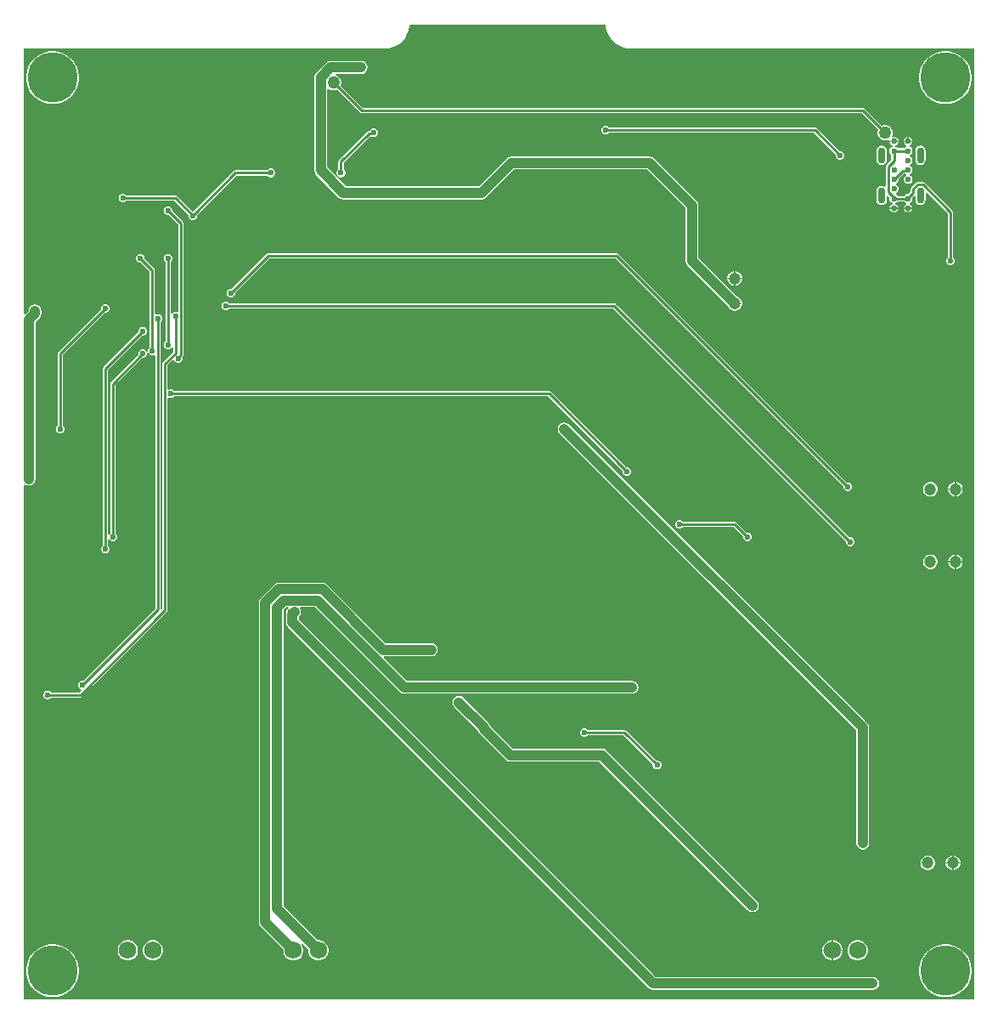
<source format=gbl>
G04*
G04 #@! TF.GenerationSoftware,Altium Limited,Altium Designer,21.4.1 (30)*
G04*
G04 Layer_Physical_Order=2*
G04 Layer_Color=16711680*
%FSLAX25Y25*%
%MOIN*%
G70*
G04*
G04 #@! TF.SameCoordinates,7B2BD0F0-F325-43E0-8A4B-F521747280A9*
G04*
G04*
G04 #@! TF.FilePolarity,Positive*
G04*
G01*
G75*
%ADD15C,0.01000*%
%ADD122C,0.04000*%
%ADD126C,0.04724*%
%ADD127C,0.06890*%
%ADD128C,0.02362*%
%ADD129O,0.02756X0.06299*%
%ADD130C,0.19685*%
%ADD131C,0.05000*%
%ADD132C,0.02756*%
G36*
X238769Y392078D02*
X239149Y390495D01*
X239772Y388991D01*
X240623Y387603D01*
X241680Y386365D01*
X242918Y385308D01*
X244306Y384457D01*
X245810Y383834D01*
X247393Y383454D01*
X249016Y383326D01*
X383326D01*
X383326Y102362D01*
X383326Y102362D01*
Y10374D01*
X10374Y10374D01*
Y212274D01*
X10875Y212541D01*
X11367Y212212D01*
X12342Y212018D01*
X13318Y212212D01*
X14145Y212765D01*
X14697Y213592D01*
X14891Y214567D01*
Y276050D01*
X16566Y277725D01*
X17119Y278552D01*
X17313Y279528D01*
Y280512D01*
X17119Y281487D01*
X16566Y282314D01*
X15739Y282867D01*
X14764Y283061D01*
X13788Y282867D01*
X12961Y282314D01*
X12409Y281487D01*
X12233Y280601D01*
X10875Y279243D01*
X10374Y279450D01*
Y383326D01*
X151575D01*
X153198Y383454D01*
X154781Y383834D01*
X156285Y384457D01*
X157673Y385308D01*
X158911Y386365D01*
X159968Y387603D01*
X160819Y388991D01*
X161442Y390495D01*
X161822Y392078D01*
X161886Y392898D01*
X238704D01*
X238769Y392078D01*
D02*
G37*
%LPC*%
G36*
X372861Y382390D02*
X371233D01*
X369625Y382135D01*
X368077Y381632D01*
X366627Y380893D01*
X365310Y379936D01*
X364158Y378785D01*
X363201Y377468D01*
X362462Y376017D01*
X361959Y374469D01*
X361705Y372861D01*
Y371233D01*
X361959Y369625D01*
X362462Y368077D01*
X363201Y366627D01*
X364158Y365310D01*
X365310Y364158D01*
X366627Y363201D01*
X368077Y362462D01*
X369625Y361959D01*
X371233Y361705D01*
X372861D01*
X374469Y361959D01*
X376017Y362462D01*
X377468Y363201D01*
X378785Y364158D01*
X379936Y365310D01*
X380893Y366627D01*
X381632Y368077D01*
X382135Y369625D01*
X382390Y371233D01*
Y372861D01*
X382135Y374469D01*
X381632Y376017D01*
X380893Y377468D01*
X379936Y378785D01*
X378785Y379936D01*
X377468Y380893D01*
X376017Y381632D01*
X374469Y382135D01*
X372861Y382390D01*
D02*
G37*
G36*
X22467D02*
X20840D01*
X19232Y382135D01*
X17683Y381632D01*
X16233Y380893D01*
X14916Y379936D01*
X13765Y378785D01*
X12808Y377468D01*
X12069Y376017D01*
X11566Y374469D01*
X11311Y372861D01*
Y371233D01*
X11566Y369625D01*
X12069Y368077D01*
X12808Y366627D01*
X13765Y365310D01*
X14916Y364158D01*
X16233Y363201D01*
X17683Y362462D01*
X19232Y361959D01*
X20840Y361705D01*
X22467D01*
X24075Y361959D01*
X25624Y362462D01*
X27074Y363201D01*
X28391Y364158D01*
X29542Y365310D01*
X30499Y366627D01*
X31238Y368077D01*
X31741Y369625D01*
X31996Y371233D01*
Y372861D01*
X31741Y374469D01*
X31238Y376017D01*
X30499Y377468D01*
X29542Y378785D01*
X28391Y379936D01*
X27074Y380893D01*
X25624Y381632D01*
X24075Y382135D01*
X22467Y382390D01*
D02*
G37*
G36*
X147972Y352075D02*
X147303D01*
X146686Y351819D01*
X146213Y351346D01*
X146133Y351153D01*
X145983D01*
X145593Y351075D01*
X145262Y350854D01*
X134122Y339714D01*
X133900Y339383D01*
X133823Y338993D01*
Y336003D01*
X133417Y335598D01*
X133161Y334980D01*
Y334311D01*
X133417Y333693D01*
X133890Y333221D01*
X134508Y332965D01*
X135177D01*
X135795Y333221D01*
X136268Y333693D01*
X136524Y334311D01*
Y334980D01*
X136268Y335598D01*
X135862Y336003D01*
Y338570D01*
X146405Y349113D01*
X146541D01*
X146686Y348969D01*
X147303Y348713D01*
X147972D01*
X148590Y348969D01*
X149063Y349441D01*
X149319Y350059D01*
Y350728D01*
X149063Y351346D01*
X148590Y351819D01*
X147972Y352075D01*
D02*
G37*
G36*
X352185Y348728D02*
X352100D01*
Y347297D01*
X353532D01*
Y347382D01*
X353276Y348000D01*
X352803Y348472D01*
X352185Y348728D01*
D02*
G37*
G36*
X357697D02*
X357612D01*
Y347297D01*
X359043D01*
Y347382D01*
X358787Y348000D01*
X358314Y348472D01*
X357697Y348728D01*
D02*
G37*
G36*
X357112D02*
X357028D01*
X356410Y348472D01*
X355937Y348000D01*
X355681Y347382D01*
Y347297D01*
X357112D01*
Y348728D01*
D02*
G37*
G36*
X142717Y378533D02*
X130724D01*
X129749Y378339D01*
X128922Y377787D01*
X125087Y373952D01*
X124535Y373125D01*
X124341Y372150D01*
Y335709D01*
X124535Y334733D01*
X125087Y333906D01*
X134024Y324969D01*
X134851Y324417D01*
X135827Y324223D01*
X189961D01*
X190936Y324417D01*
X191763Y324969D01*
X202828Y336034D01*
X254850D01*
X270020Y320864D01*
Y300266D01*
X270214Y299291D01*
X270766Y298464D01*
X286642Y282588D01*
X286703Y282360D01*
X287080Y281707D01*
X287613Y281174D01*
X288265Y280797D01*
X288993Y280602D01*
X289747D01*
X290475Y280797D01*
X291127Y281174D01*
X291660Y281707D01*
X292037Y282360D01*
X292232Y283088D01*
Y283841D01*
X292037Y284569D01*
X291660Y285222D01*
X291127Y285755D01*
X290475Y286132D01*
X290247Y286193D01*
X275117Y301322D01*
Y321920D01*
X274923Y322895D01*
X274371Y323722D01*
X257708Y340385D01*
X256881Y340938D01*
X255906Y341132D01*
X201772D01*
X200796Y340938D01*
X199969Y340385D01*
X188905Y329321D01*
X136883D01*
X129439Y336765D01*
Y367580D01*
X129939Y367787D01*
X130048Y367678D01*
X130732Y367283D01*
X131495Y367079D01*
X132285D01*
X133048Y367283D01*
X133172Y367355D01*
X142208Y358318D01*
X142539Y358097D01*
X142929Y358020D01*
X339357D01*
X345701Y351676D01*
X345630Y351552D01*
X345425Y350789D01*
Y349999D01*
X345630Y349236D01*
X346025Y348552D01*
X346583Y347993D01*
X347267Y347598D01*
X348030Y347394D01*
X348820D01*
X349583Y347598D01*
X349760Y347700D01*
X350086Y347446D01*
X350169Y347359D01*
Y347297D01*
X351600D01*
Y348728D01*
X351516D01*
X351502Y348723D01*
X351154Y349119D01*
X351221Y349236D01*
X351425Y349999D01*
Y350789D01*
X351221Y351552D01*
X350826Y352236D01*
X350267Y352794D01*
X349583Y353189D01*
X348820Y353394D01*
X348030D01*
X347267Y353189D01*
X347143Y353118D01*
X340500Y359760D01*
X340170Y359981D01*
X339779Y360059D01*
X143351D01*
X134614Y368797D01*
X134685Y368921D01*
X134890Y369684D01*
Y370474D01*
X134685Y371237D01*
X134290Y371921D01*
X133732Y372479D01*
X133048Y372874D01*
X132820Y372935D01*
X132886Y373435D01*
X142717D01*
X143692Y373629D01*
X144519Y374182D01*
X145071Y375009D01*
X145265Y375984D01*
X145071Y376960D01*
X144519Y377787D01*
X143692Y378339D01*
X142717Y378533D01*
D02*
G37*
G36*
X359043Y346797D02*
X357362D01*
X355681D01*
Y346713D01*
X355937Y346095D01*
X356410Y345622D01*
X356713Y345497D01*
Y344956D01*
X356359Y344809D01*
X355876Y344327D01*
X353336D01*
X352854Y344809D01*
X352500Y344956D01*
Y345497D01*
X352803Y345622D01*
X353276Y346095D01*
X353532Y346713D01*
Y346797D01*
X351850D01*
X350169D01*
Y346713D01*
X350425Y346095D01*
X350898Y345622D01*
X351201Y345497D01*
Y344956D01*
X350847Y344809D01*
X350348Y344311D01*
X350079Y343659D01*
Y342955D01*
X350348Y342303D01*
X350831Y341821D01*
Y339815D01*
X348858Y337842D01*
X348637Y337511D01*
X348559Y337121D01*
Y329491D01*
X348059Y329224D01*
X347776Y329413D01*
X347008Y329566D01*
X346240Y329413D01*
X345589Y328978D01*
X345154Y328327D01*
X345001Y327559D01*
Y324016D01*
X345154Y323248D01*
X345589Y322597D01*
X346240Y322162D01*
X347008Y322009D01*
X347776Y322162D01*
X348427Y322597D01*
X348862Y323248D01*
X349015Y324016D01*
Y325521D01*
X349477Y325712D01*
X350123Y325066D01*
X350079Y324959D01*
Y324254D01*
X350348Y323603D01*
X350847Y323104D01*
X351201Y322958D01*
Y322417D01*
X350898Y322291D01*
X350425Y321818D01*
X350169Y321200D01*
Y321116D01*
X351850D01*
X353532D01*
Y321200D01*
X353276Y321818D01*
X352803Y322291D01*
X352500Y322417D01*
Y322958D01*
X352854Y323104D01*
X353336Y323587D01*
X355876D01*
X356359Y323104D01*
X356713Y322958D01*
Y322417D01*
X356410Y322291D01*
X355937Y321818D01*
X355681Y321200D01*
Y321116D01*
X357362D01*
X359043D01*
Y321200D01*
X358787Y321818D01*
X358314Y322291D01*
X358012Y322417D01*
Y322958D01*
X358366Y323104D01*
X358864Y323603D01*
X359134Y324254D01*
Y324959D01*
X359072Y325108D01*
X359736Y325771D01*
X360198Y325580D01*
Y324016D01*
X360350Y323248D01*
X360786Y322597D01*
X361437Y322162D01*
X362205Y322009D01*
X362973Y322162D01*
X363624Y322597D01*
X364059Y323248D01*
X364212Y324016D01*
Y326894D01*
X364712Y327101D01*
X372996Y318817D01*
Y301555D01*
X372591Y301149D01*
X372335Y300531D01*
Y299863D01*
X372591Y299245D01*
X373063Y298772D01*
X373681Y298516D01*
X374350D01*
X374968Y298772D01*
X375441Y299245D01*
X375697Y299863D01*
Y300531D01*
X375441Y301149D01*
X375035Y301555D01*
Y319239D01*
X374958Y319629D01*
X374737Y319960D01*
X363948Y330749D01*
X363617Y330970D01*
X363227Y331047D01*
X361182D01*
X360792Y330970D01*
X360461Y330749D01*
X358765Y329052D01*
X358544Y328722D01*
X358467Y328331D01*
Y327386D01*
X357459Y326378D01*
X357010D01*
X356359Y326108D01*
X355876Y325626D01*
X353336D01*
X352854Y326108D01*
X352618Y326206D01*
Y326747D01*
X352854Y326845D01*
X353352Y327343D01*
X353622Y327994D01*
Y328699D01*
X353352Y329350D01*
X352854Y329848D01*
X352618Y329946D01*
Y330487D01*
X352854Y330585D01*
X353352Y331083D01*
X353622Y331734D01*
Y332416D01*
X355752Y334546D01*
X356137D01*
X356359Y334325D01*
X356594Y334227D01*
Y333686D01*
X356359Y333589D01*
X355860Y333090D01*
X355591Y332439D01*
Y331734D01*
X355860Y331083D01*
X356359Y330585D01*
X357010Y330315D01*
X357715D01*
X358366Y330585D01*
X358864Y331083D01*
X359134Y331734D01*
Y332439D01*
X358864Y333090D01*
X358366Y333589D01*
X358130Y333686D01*
Y334227D01*
X358366Y334325D01*
X358864Y334823D01*
X359134Y335474D01*
Y336179D01*
X358864Y336830D01*
X358366Y337329D01*
X358130Y337426D01*
Y337967D01*
X358366Y338065D01*
X358864Y338563D01*
X359134Y339214D01*
Y339919D01*
X358864Y340570D01*
X358366Y341069D01*
X358130Y341166D01*
Y341708D01*
X358366Y341805D01*
X358864Y342303D01*
X359134Y342955D01*
Y343659D01*
X358864Y344311D01*
X358366Y344809D01*
X358012Y344956D01*
Y345497D01*
X358314Y345622D01*
X358787Y346095D01*
X359043Y346713D01*
Y346797D01*
D02*
G37*
G36*
X239114Y353059D02*
X238445D01*
X237827Y352803D01*
X237354Y352330D01*
X237098Y351712D01*
Y351044D01*
X237354Y350426D01*
X237827Y349953D01*
X238445Y349697D01*
X239114D01*
X239732Y349953D01*
X240137Y350358D01*
X320444D01*
X329028Y341775D01*
Y341201D01*
X329283Y340583D01*
X329756Y340110D01*
X330374Y339854D01*
X331043D01*
X331661Y340110D01*
X332134Y340583D01*
X332390Y341201D01*
Y341870D01*
X332134Y342488D01*
X331661Y342961D01*
X331043Y343216D01*
X330469D01*
X321587Y352099D01*
X321256Y352320D01*
X320866Y352397D01*
X240137D01*
X239732Y352803D01*
X239114Y353059D01*
D02*
G37*
G36*
X362205Y345314D02*
X361437Y345161D01*
X360786Y344726D01*
X360350Y344075D01*
X360198Y343307D01*
Y339764D01*
X360350Y338996D01*
X360786Y338345D01*
X361437Y337910D01*
X362205Y337757D01*
X362973Y337910D01*
X363624Y338345D01*
X364059Y338996D01*
X364212Y339764D01*
Y343307D01*
X364059Y344075D01*
X363624Y344726D01*
X362973Y345161D01*
X362205Y345314D01*
D02*
G37*
G36*
X347008D02*
X346240Y345161D01*
X345589Y344726D01*
X345154Y344075D01*
X345001Y343307D01*
Y339764D01*
X345154Y338996D01*
X345589Y338345D01*
X346240Y337910D01*
X347008Y337757D01*
X347776Y337910D01*
X348427Y338345D01*
X348862Y338996D01*
X349015Y339764D01*
Y343307D01*
X348862Y344075D01*
X348427Y344726D01*
X347776Y345161D01*
X347008Y345314D01*
D02*
G37*
G36*
X107618Y336327D02*
X106949D01*
X106331Y336071D01*
X105926Y335665D01*
X93504D01*
X93114Y335588D01*
X92783Y335367D01*
X77011Y319595D01*
X76533D01*
X70603Y325524D01*
X70272Y325745D01*
X69882Y325823D01*
X50570D01*
X50165Y326228D01*
X49547Y326484D01*
X48878D01*
X48260Y326228D01*
X47787Y325755D01*
X47532Y325137D01*
Y324469D01*
X47787Y323851D01*
X48260Y323378D01*
X48878Y323122D01*
X49547D01*
X50165Y323378D01*
X50570Y323784D01*
X69460D01*
X75090Y318153D01*
Y317579D01*
X75346Y316961D01*
X75819Y316488D01*
X76437Y316232D01*
X77106D01*
X77724Y316488D01*
X78197Y316961D01*
X78453Y317579D01*
Y318153D01*
X93926Y333626D01*
X105926D01*
X106331Y333221D01*
X106949Y332965D01*
X107618D01*
X108236Y333221D01*
X108709Y333693D01*
X108965Y334311D01*
Y334980D01*
X108709Y335598D01*
X108236Y336071D01*
X107618Y336327D01*
D02*
G37*
G36*
X359043Y320616D02*
X357612D01*
Y319185D01*
X357697D01*
X358314Y319441D01*
X358787Y319914D01*
X359043Y320532D01*
Y320616D01*
D02*
G37*
G36*
X357112D02*
X355681D01*
Y320532D01*
X355937Y319914D01*
X356410Y319441D01*
X357028Y319185D01*
X357112D01*
Y320616D01*
D02*
G37*
G36*
X353532D02*
X352100D01*
Y319185D01*
X352185D01*
X352803Y319441D01*
X353276Y319914D01*
X353532Y320532D01*
Y320616D01*
D02*
G37*
G36*
X351600D02*
X350169D01*
Y320532D01*
X350425Y319914D01*
X350898Y319441D01*
X351516Y319185D01*
X351600D01*
Y320616D01*
D02*
G37*
G36*
X289747Y296169D02*
X289620D01*
Y293557D01*
X292232D01*
Y293684D01*
X292037Y294412D01*
X291660Y295064D01*
X291127Y295597D01*
X290475Y295974D01*
X289747Y296169D01*
D02*
G37*
G36*
X289120D02*
X288993D01*
X288265Y295974D01*
X287613Y295597D01*
X287080Y295064D01*
X286703Y294412D01*
X286508Y293684D01*
Y293557D01*
X289120D01*
Y296169D01*
D02*
G37*
G36*
X292232Y293057D02*
X289620D01*
Y290445D01*
X289747D01*
X290475Y290640D01*
X291127Y291017D01*
X291660Y291550D01*
X292037Y292202D01*
X292232Y292930D01*
Y293057D01*
D02*
G37*
G36*
X289120D02*
X286508D01*
Y292930D01*
X286703Y292202D01*
X287080Y291550D01*
X287613Y291017D01*
X288265Y290640D01*
X288993Y290445D01*
X289120D01*
Y293057D01*
D02*
G37*
G36*
X67264Y321563D02*
X66595D01*
X65977Y321307D01*
X65504Y320834D01*
X65248Y320216D01*
Y319548D01*
X65504Y318930D01*
X65977Y318457D01*
X66595Y318201D01*
X67168D01*
X71043Y314326D01*
Y280413D01*
X70543Y280089D01*
X70216Y280224D01*
X69547D01*
X68930Y279969D01*
X68457Y279496D01*
X68449Y279476D01*
X67949Y279576D01*
Y299823D01*
X68354Y300229D01*
X68610Y300847D01*
Y301516D01*
X68354Y302133D01*
X67881Y302606D01*
X67264Y302862D01*
X66595D01*
X65977Y302606D01*
X65504Y302133D01*
X65248Y301516D01*
Y300847D01*
X65504Y300229D01*
X65909Y299823D01*
Y268515D01*
X65504Y268110D01*
X65248Y267492D01*
Y266823D01*
X65504Y266205D01*
X65977Y265732D01*
X66595Y265476D01*
X67264D01*
X67881Y265732D01*
X68354Y266205D01*
X68362Y266225D01*
X68862Y266125D01*
Y264334D01*
X65011Y260483D01*
X64790Y260152D01*
X64713Y259762D01*
Y163661D01*
X64512Y163498D01*
X64012Y163736D01*
Y276201D01*
X64417Y276607D01*
X64673Y277225D01*
Y277893D01*
X64417Y278511D01*
X63944Y278984D01*
X63327Y279240D01*
X62658D01*
X62331Y279105D01*
X61831Y279428D01*
Y296472D01*
X61753Y296863D01*
X61532Y297193D01*
X57784Y300942D01*
Y301516D01*
X57528Y302133D01*
X57055Y302606D01*
X56437Y302862D01*
X55768D01*
X55150Y302606D01*
X54677Y302133D01*
X54421Y301516D01*
Y300847D01*
X54677Y300229D01*
X55150Y299756D01*
X55768Y299500D01*
X56341D01*
X59791Y296050D01*
Y266122D01*
X59386Y265716D01*
X59130Y265098D01*
Y264579D01*
X59130Y264546D01*
X58630Y264447D01*
X58625Y264458D01*
X58512Y264732D01*
X58039Y265205D01*
X57421Y265461D01*
X56752D01*
X56134Y265205D01*
X55661Y264732D01*
X55405Y264114D01*
Y263540D01*
X44555Y252690D01*
X44334Y252359D01*
X44256Y251969D01*
Y193287D01*
X43850Y192881D01*
X43842Y192862D01*
X43342Y192962D01*
Y257452D01*
X56782Y270891D01*
X57355D01*
X57973Y271147D01*
X58446Y271620D01*
X58702Y272237D01*
Y272906D01*
X58446Y273524D01*
X57973Y273997D01*
X57355Y274253D01*
X56686D01*
X56068Y273997D01*
X55596Y273524D01*
X55340Y272906D01*
Y272333D01*
X41602Y258595D01*
X41381Y258264D01*
X41303Y257874D01*
Y188366D01*
X40898Y187960D01*
X40642Y187342D01*
Y186673D01*
X40898Y186056D01*
X41371Y185583D01*
X41988Y185327D01*
X42657D01*
X43275Y185583D01*
X43748Y186056D01*
X44004Y186673D01*
Y187342D01*
X43748Y187960D01*
X43342Y188366D01*
Y190897D01*
X43842Y190996D01*
X43850Y190977D01*
X44323Y190504D01*
X44941Y190248D01*
X45610D01*
X46228Y190504D01*
X46701Y190977D01*
X46957Y191595D01*
Y192263D01*
X46701Y192881D01*
X46295Y193287D01*
Y251546D01*
X56847Y262098D01*
X57421D01*
X58039Y262354D01*
X58512Y262827D01*
X58768Y263445D01*
Y263964D01*
X58768Y263997D01*
X59268Y264097D01*
X59272Y264086D01*
X59386Y263811D01*
X59859Y263339D01*
X60477Y263083D01*
X61145D01*
X61472Y263218D01*
X61972Y262895D01*
Y163808D01*
X33704Y135539D01*
X33130D01*
X32512Y135283D01*
X32039Y134810D01*
X31784Y134193D01*
Y133524D01*
X32039Y132906D01*
X32512Y132433D01*
X32839Y132298D01*
X32964Y131715D01*
X32190Y130941D01*
X21043D01*
X20637Y131346D01*
X20019Y131602D01*
X19351D01*
X18733Y131346D01*
X18260Y130874D01*
X18004Y130256D01*
Y129587D01*
X18260Y128969D01*
X18733Y128496D01*
X19351Y128240D01*
X20019D01*
X20637Y128496D01*
X21043Y128902D01*
X32612D01*
X33002Y128979D01*
X33333Y129200D01*
X66453Y162320D01*
X66674Y162651D01*
X66752Y163041D01*
Y246162D01*
X67252Y246486D01*
X67579Y246350D01*
X68248D01*
X68866Y246606D01*
X69271Y247012D01*
X216113D01*
X245366Y217759D01*
Y217185D01*
X245622Y216567D01*
X246095Y216094D01*
X246713Y215839D01*
X247382D01*
X248000Y216094D01*
X248472Y216567D01*
X248728Y217185D01*
Y217854D01*
X248472Y218472D01*
X248000Y218945D01*
X247382Y219201D01*
X246808D01*
X217256Y248752D01*
X216926Y248973D01*
X216535Y249051D01*
X69271D01*
X68866Y249457D01*
X68248Y249713D01*
X67579D01*
X67252Y249577D01*
X66752Y249901D01*
Y259339D01*
X68723Y261311D01*
X69305Y261186D01*
X69441Y260859D01*
X69914Y260386D01*
X70532Y260130D01*
X71201D01*
X71818Y260386D01*
X72291Y260859D01*
X72547Y261477D01*
Y262145D01*
X72467Y262339D01*
X72784Y262655D01*
X73005Y262986D01*
X73083Y263376D01*
Y314748D01*
X73005Y315138D01*
X72784Y315469D01*
X68610Y319643D01*
Y320216D01*
X68354Y320834D01*
X67881Y321307D01*
X67264Y321563D01*
D02*
G37*
G36*
X42657Y283177D02*
X41988D01*
X41371Y282921D01*
X40898Y282448D01*
X40642Y281831D01*
Y281257D01*
X23885Y264500D01*
X23664Y264170D01*
X23587Y263779D01*
Y235610D01*
X23181Y235204D01*
X22925Y234586D01*
Y233918D01*
X23181Y233300D01*
X23654Y232827D01*
X24272Y232571D01*
X24941D01*
X25559Y232827D01*
X26032Y233300D01*
X26287Y233918D01*
Y234586D01*
X26032Y235204D01*
X25626Y235610D01*
Y263357D01*
X42084Y279815D01*
X42657D01*
X43275Y280071D01*
X43748Y280544D01*
X44004Y281162D01*
Y281831D01*
X43748Y282448D01*
X43275Y282921D01*
X42657Y283177D01*
D02*
G37*
G36*
X376361Y213492D02*
X376234D01*
Y210880D01*
X378847D01*
Y211007D01*
X378651Y211735D01*
X378275Y212387D01*
X377742Y212920D01*
X377089Y213297D01*
X376361Y213492D01*
D02*
G37*
G36*
X375734D02*
X375607D01*
X374880Y213297D01*
X374227Y212920D01*
X373694Y212387D01*
X373317Y211735D01*
X373122Y211007D01*
Y210880D01*
X375734D01*
Y213492D01*
D02*
G37*
G36*
X243110Y303185D02*
X106299D01*
X105909Y303107D01*
X105578Y302886D01*
X91775Y289083D01*
X91201D01*
X90583Y288827D01*
X90110Y288354D01*
X89854Y287736D01*
Y287067D01*
X90110Y286449D01*
X90583Y285976D01*
X91201Y285720D01*
X91870D01*
X92488Y285976D01*
X92961Y286449D01*
X93217Y287067D01*
Y287641D01*
X106721Y301146D01*
X242688D01*
X331980Y211853D01*
Y211280D01*
X332236Y210662D01*
X332709Y210189D01*
X333327Y209933D01*
X333996D01*
X334614Y210189D01*
X335087Y210662D01*
X335343Y211280D01*
Y211949D01*
X335087Y212566D01*
X334614Y213039D01*
X333996Y213295D01*
X333422D01*
X243831Y302886D01*
X243500Y303107D01*
X243110Y303185D01*
D02*
G37*
G36*
X378847Y210380D02*
X376234D01*
Y207768D01*
X376361D01*
X377089Y207963D01*
X377742Y208340D01*
X378275Y208873D01*
X378651Y209525D01*
X378847Y210253D01*
Y210380D01*
D02*
G37*
G36*
X375734D02*
X373122D01*
Y210253D01*
X373317Y209525D01*
X373694Y208873D01*
X374227Y208340D01*
X374880Y207963D01*
X375607Y207768D01*
X375734D01*
Y210380D01*
D02*
G37*
G36*
X366519Y213492D02*
X365765D01*
X365037Y213297D01*
X364384Y212920D01*
X363851Y212387D01*
X363475Y211735D01*
X363280Y211007D01*
Y210253D01*
X363475Y209525D01*
X363851Y208873D01*
X364384Y208340D01*
X365037Y207963D01*
X365765Y207768D01*
X366519D01*
X367247Y207963D01*
X367899Y208340D01*
X368432Y208873D01*
X368809Y209525D01*
X369004Y210253D01*
Y211007D01*
X368809Y211735D01*
X368432Y212387D01*
X367899Y212920D01*
X367247Y213297D01*
X366519Y213492D01*
D02*
G37*
G36*
X268051Y198531D02*
X267382D01*
X266764Y198275D01*
X266291Y197803D01*
X266035Y197185D01*
Y196516D01*
X266291Y195898D01*
X266764Y195425D01*
X267382Y195169D01*
X268051D01*
X268669Y195425D01*
X269074Y195831D01*
X288948D01*
X292610Y192168D01*
Y191595D01*
X292866Y190977D01*
X293339Y190504D01*
X293957Y190248D01*
X294626D01*
X295244Y190504D01*
X295717Y190977D01*
X295972Y191595D01*
Y192263D01*
X295717Y192881D01*
X295244Y193354D01*
X294626Y193610D01*
X294052D01*
X290091Y197571D01*
X289760Y197792D01*
X289370Y197870D01*
X269074D01*
X268669Y198275D01*
X268051Y198531D01*
D02*
G37*
G36*
X89901Y284161D02*
X89232D01*
X88615Y283906D01*
X88142Y283433D01*
X87886Y282815D01*
Y282146D01*
X88142Y281528D01*
X88615Y281055D01*
X89232Y280799D01*
X89901D01*
X90519Y281055D01*
X90925Y281461D01*
X241704D01*
X332965Y190200D01*
Y189626D01*
X333221Y189008D01*
X333693Y188535D01*
X334311Y188279D01*
X334980D01*
X335598Y188535D01*
X336071Y189008D01*
X336327Y189626D01*
Y190295D01*
X336071Y190913D01*
X335598Y191386D01*
X334980Y191642D01*
X334406D01*
X242847Y283201D01*
X242516Y283422D01*
X242126Y283500D01*
X90925D01*
X90519Y283906D01*
X89901Y284161D01*
D02*
G37*
G36*
X376361Y184949D02*
X376234D01*
Y182337D01*
X378847D01*
Y182463D01*
X378651Y183191D01*
X378275Y183844D01*
X377742Y184377D01*
X377089Y184754D01*
X376361Y184949D01*
D02*
G37*
G36*
X375734D02*
X375607D01*
X374880Y184754D01*
X374227Y184377D01*
X373694Y183844D01*
X373317Y183191D01*
X373122Y182463D01*
Y182337D01*
X375734D01*
Y184949D01*
D02*
G37*
G36*
X378847Y181837D02*
X376234D01*
Y179224D01*
X376361D01*
X377089Y179420D01*
X377742Y179796D01*
X378275Y180329D01*
X378651Y180982D01*
X378847Y181710D01*
Y181837D01*
D02*
G37*
G36*
X375734D02*
X373122D01*
Y181710D01*
X373317Y180982D01*
X373694Y180329D01*
X374227Y179796D01*
X374880Y179420D01*
X375607Y179224D01*
X375734D01*
Y181837D01*
D02*
G37*
G36*
X366519Y184949D02*
X365765D01*
X365037Y184754D01*
X364384Y184377D01*
X363851Y183844D01*
X363475Y183191D01*
X363280Y182463D01*
Y181710D01*
X363475Y180982D01*
X363851Y180329D01*
X364384Y179796D01*
X365037Y179420D01*
X365765Y179224D01*
X366519D01*
X367247Y179420D01*
X367899Y179796D01*
X368432Y180329D01*
X368809Y180982D01*
X369004Y181710D01*
Y182463D01*
X368809Y183191D01*
X368432Y183844D01*
X367899Y184377D01*
X367247Y184754D01*
X366519Y184949D01*
D02*
G37*
G36*
X127526Y173951D02*
X110445D01*
X109470Y173757D01*
X108643Y173204D01*
X103371Y167932D01*
X102818Y167105D01*
X102624Y166130D01*
Y40693D01*
X102818Y39718D01*
X103371Y38890D01*
X112197Y30064D01*
Y29205D01*
X112466Y28202D01*
X112985Y27302D01*
X113719Y26568D01*
X114619Y26048D01*
X115622Y25780D01*
X116661D01*
X117664Y26048D01*
X118564Y26568D01*
X119298Y27302D01*
X119818Y28202D01*
X120087Y29205D01*
Y30244D01*
X119818Y31247D01*
X119364Y32032D01*
X119764Y32339D01*
X122039Y30064D01*
Y29205D01*
X122308Y28202D01*
X122828Y27302D01*
X123562Y26568D01*
X124462Y26048D01*
X125465Y25780D01*
X126504D01*
X127507Y26048D01*
X128407Y26568D01*
X129141Y27302D01*
X129660Y28202D01*
X129929Y29205D01*
Y30244D01*
X129660Y31247D01*
X129141Y32147D01*
X128407Y32881D01*
X127507Y33400D01*
X126504Y33669D01*
X125644D01*
X112222Y47091D01*
Y163210D01*
X113365Y164353D01*
X114168D01*
X114268Y163853D01*
X114205Y163827D01*
X113732Y163354D01*
X113476Y162736D01*
Y162609D01*
X113475Y162607D01*
X113281Y161632D01*
Y158318D01*
X113475Y157342D01*
X114028Y156515D01*
X255613Y14930D01*
X256440Y14377D01*
X257416Y14183D01*
X343504D01*
X344479Y14377D01*
X345306Y14930D01*
X345859Y15757D01*
X346053Y16732D01*
X345859Y17708D01*
X345306Y18535D01*
X344479Y19087D01*
X343504Y19281D01*
X258471D01*
X118379Y159374D01*
Y160576D01*
X118403Y160599D01*
X118955Y161426D01*
X119149Y162402D01*
X118955Y163377D01*
X118637Y163853D01*
X118905Y164353D01*
X124607D01*
X157888Y131072D01*
X158715Y130519D01*
X159690Y130325D01*
X249016D01*
X249991Y130519D01*
X250818Y131072D01*
X251371Y131899D01*
X251565Y132874D01*
X251371Y133850D01*
X250818Y134676D01*
X249991Y135229D01*
X249016Y135423D01*
X160746D01*
X151580Y144589D01*
X151787Y145089D01*
X170276D01*
X171251Y145283D01*
X172078Y145835D01*
X172631Y146662D01*
X172825Y147638D01*
X172631Y148613D01*
X172078Y149440D01*
X171251Y149993D01*
X170276Y150187D01*
X152346D01*
X129329Y173204D01*
X128502Y173757D01*
X127526Y173951D01*
D02*
G37*
G36*
X230649Y116839D02*
X229981D01*
X229363Y116583D01*
X228890Y116110D01*
X228634Y115492D01*
Y114823D01*
X228890Y114205D01*
X229363Y113732D01*
X229981Y113476D01*
X230649D01*
X231267Y113732D01*
X231673Y114138D01*
X245641D01*
X257177Y102601D01*
Y102028D01*
X257433Y101410D01*
X257906Y100937D01*
X258524Y100681D01*
X259193D01*
X259810Y100937D01*
X260283Y101410D01*
X260539Y102028D01*
Y102697D01*
X260283Y103314D01*
X259810Y103787D01*
X259193Y104043D01*
X258619D01*
X246784Y115878D01*
X246453Y116100D01*
X246063Y116177D01*
X231673D01*
X231267Y116583D01*
X230649Y116839D01*
D02*
G37*
G36*
X222441Y236801D02*
X221465Y236607D01*
X220638Y236054D01*
X220086Y235227D01*
X219892Y234252D01*
X220086Y233277D01*
X220638Y232450D01*
X337018Y116070D01*
Y71850D01*
X337212Y70875D01*
X337765Y70048D01*
X338592Y69495D01*
X339567Y69301D01*
X340542Y69495D01*
X341369Y70048D01*
X341922Y70875D01*
X342116Y71850D01*
Y117126D01*
X341922Y118101D01*
X341369Y118928D01*
X224243Y236054D01*
X223416Y236607D01*
X222441Y236801D01*
D02*
G37*
G36*
X375377Y66839D02*
X375250D01*
Y64226D01*
X377862D01*
Y64353D01*
X377667Y65081D01*
X377290Y65734D01*
X376757Y66267D01*
X376105Y66644D01*
X375377Y66839D01*
D02*
G37*
G36*
X374750D02*
X374623D01*
X373895Y66644D01*
X373243Y66267D01*
X372710Y65734D01*
X372333Y65081D01*
X372138Y64353D01*
Y64226D01*
X374750D01*
Y66839D01*
D02*
G37*
G36*
X377862Y63726D02*
X375250D01*
Y61114D01*
X375377D01*
X376105Y61309D01*
X376757Y61686D01*
X377290Y62219D01*
X377667Y62872D01*
X377862Y63600D01*
Y63726D01*
D02*
G37*
G36*
X374750D02*
X372138D01*
Y63600D01*
X372333Y62872D01*
X372710Y62219D01*
X373243Y61686D01*
X373895Y61309D01*
X374623Y61114D01*
X374750D01*
Y63726D01*
D02*
G37*
G36*
X365534Y66839D02*
X364781D01*
X364053Y66644D01*
X363400Y66267D01*
X362867Y65734D01*
X362490Y65081D01*
X362295Y64353D01*
Y63600D01*
X362490Y62872D01*
X362867Y62219D01*
X363400Y61686D01*
X364053Y61309D01*
X364781Y61114D01*
X365534D01*
X366262Y61309D01*
X366915Y61686D01*
X367448Y62219D01*
X367825Y62872D01*
X368020Y63600D01*
Y64353D01*
X367825Y65081D01*
X367448Y65734D01*
X366915Y66267D01*
X366262Y66644D01*
X365534Y66839D01*
D02*
G37*
G36*
X181102Y129517D02*
X180127Y129323D01*
X179300Y128771D01*
X178747Y127944D01*
X178553Y126969D01*
X178747Y125993D01*
X179300Y125166D01*
X188577Y115889D01*
X188649Y115528D01*
X189201Y114701D01*
X199406Y104497D01*
X200233Y103944D01*
X201209Y103750D01*
X236149D01*
X294457Y45442D01*
X295284Y44889D01*
X296260Y44695D01*
X297235Y44889D01*
X298062Y45442D01*
X298615Y46269D01*
X298809Y47244D01*
X298615Y48219D01*
X298062Y49046D01*
X239007Y108102D01*
X238180Y108654D01*
X237205Y108848D01*
X202264D01*
X193430Y117682D01*
X193359Y118042D01*
X192806Y118869D01*
X182905Y128771D01*
X182078Y129323D01*
X181102Y129517D01*
D02*
G37*
G36*
X328275Y33669D02*
X328006D01*
Y29974D01*
X331701D01*
Y30244D01*
X331432Y31247D01*
X330913Y32147D01*
X330178Y32881D01*
X329279Y33400D01*
X328275Y33669D01*
D02*
G37*
G36*
X327506D02*
X327237D01*
X326233Y33400D01*
X325334Y32881D01*
X324599Y32147D01*
X324080Y31247D01*
X323811Y30244D01*
Y29974D01*
X327506D01*
Y33669D01*
D02*
G37*
G36*
X338118D02*
X337079D01*
X336076Y33400D01*
X335176Y32881D01*
X334442Y32147D01*
X333922Y31247D01*
X333653Y30244D01*
Y29205D01*
X333922Y28202D01*
X334442Y27302D01*
X335176Y26568D01*
X336076Y26048D01*
X337079Y25780D01*
X338118D01*
X339121Y26048D01*
X340021Y26568D01*
X340755Y27302D01*
X341274Y28202D01*
X341543Y29205D01*
Y30244D01*
X341274Y31247D01*
X340755Y32147D01*
X340021Y32881D01*
X339121Y33400D01*
X338118Y33669D01*
D02*
G37*
G36*
X331701Y29474D02*
X328006D01*
Y25780D01*
X328275D01*
X329279Y26048D01*
X330178Y26568D01*
X330913Y27302D01*
X331432Y28202D01*
X331701Y29205D01*
Y29474D01*
D02*
G37*
G36*
X327506D02*
X323811D01*
Y29205D01*
X324080Y28202D01*
X324599Y27302D01*
X325334Y26568D01*
X326233Y26048D01*
X327237Y25780D01*
X327506D01*
Y29474D01*
D02*
G37*
G36*
X61543Y33669D02*
X60504D01*
X59501Y33400D01*
X58601Y32881D01*
X57867Y32147D01*
X57348Y31247D01*
X57079Y30244D01*
Y29205D01*
X57348Y28202D01*
X57867Y27302D01*
X58601Y26568D01*
X59501Y26048D01*
X60504Y25780D01*
X61543D01*
X62546Y26048D01*
X63446Y26568D01*
X64180Y27302D01*
X64700Y28202D01*
X64969Y29205D01*
Y30244D01*
X64700Y31247D01*
X64180Y32147D01*
X63446Y32881D01*
X62546Y33400D01*
X61543Y33669D01*
D02*
G37*
G36*
X51701D02*
X50662D01*
X49658Y33400D01*
X48759Y32881D01*
X48024Y32147D01*
X47505Y31247D01*
X47236Y30244D01*
Y29205D01*
X47505Y28202D01*
X48024Y27302D01*
X48759Y26568D01*
X49658Y26048D01*
X50662Y25780D01*
X51701D01*
X52704Y26048D01*
X53603Y26568D01*
X54338Y27302D01*
X54857Y28202D01*
X55126Y29205D01*
Y30244D01*
X54857Y31247D01*
X54338Y32147D01*
X53603Y32881D01*
X52704Y33400D01*
X51701Y33669D01*
D02*
G37*
G36*
X372861Y31996D02*
X371233D01*
X369625Y31741D01*
X368077Y31238D01*
X366627Y30499D01*
X365310Y29542D01*
X364158Y28391D01*
X363201Y27074D01*
X362462Y25624D01*
X361959Y24075D01*
X361705Y22467D01*
Y20840D01*
X361959Y19232D01*
X362462Y17683D01*
X363201Y16233D01*
X364158Y14916D01*
X365310Y13765D01*
X366627Y12808D01*
X368077Y12069D01*
X369625Y11566D01*
X371233Y11311D01*
X372861D01*
X374469Y11566D01*
X376017Y12069D01*
X377468Y12808D01*
X378785Y13765D01*
X379936Y14916D01*
X380893Y16233D01*
X381632Y17683D01*
X382135Y19232D01*
X382390Y20840D01*
Y22467D01*
X382135Y24075D01*
X381632Y25624D01*
X380893Y27074D01*
X379936Y28391D01*
X378785Y29542D01*
X377468Y30499D01*
X376017Y31238D01*
X374469Y31741D01*
X372861Y31996D01*
D02*
G37*
G36*
X22467D02*
X20840D01*
X19232Y31741D01*
X17683Y31238D01*
X16233Y30499D01*
X14916Y29542D01*
X13765Y28391D01*
X12808Y27074D01*
X12069Y25624D01*
X11566Y24075D01*
X11311Y22467D01*
Y20840D01*
X11566Y19232D01*
X12069Y17683D01*
X12808Y16233D01*
X13765Y14916D01*
X14916Y13765D01*
X16233Y12808D01*
X17683Y12069D01*
X19232Y11566D01*
X20840Y11311D01*
X22467D01*
X24075Y11566D01*
X25624Y12069D01*
X27074Y12808D01*
X28391Y13765D01*
X29542Y14916D01*
X30499Y16233D01*
X31238Y17683D01*
X31741Y19232D01*
X31996Y20840D01*
Y22467D01*
X31741Y24075D01*
X31238Y25624D01*
X30499Y27074D01*
X29542Y28391D01*
X28391Y29542D01*
X27074Y30499D01*
X25624Y31238D01*
X24075Y31741D01*
X22467Y31996D01*
D02*
G37*
%LPD*%
D15*
X134843Y338993D02*
X145983Y350133D01*
X93504Y334646D02*
X107283D01*
X76772Y317913D02*
X93504Y334646D01*
X145983Y350133D02*
X147377D01*
X134843Y334646D02*
Y338993D01*
X147377Y350133D02*
X147638Y350394D01*
X142929Y359039D02*
X339779D01*
X131890Y370079D02*
X142929Y359039D01*
X89567Y282480D02*
X242126D01*
X91535Y287402D02*
X106299Y302165D01*
X242126Y282480D02*
X334646Y189961D01*
X106299Y302165D02*
X243110D01*
X333661Y211614D01*
X349579Y327052D02*
X351850Y324780D01*
X349579Y337121D02*
X351850Y339393D01*
X359486Y328331D02*
X361182Y330028D01*
X351850Y324606D02*
Y324780D01*
X357362Y324606D02*
Y324840D01*
X359486Y326964D01*
X357102Y335566D02*
X357362Y335827D01*
X355330Y335566D02*
X357102D01*
X351850Y332087D02*
X355330Y335566D01*
X66929Y267157D02*
Y301181D01*
X60811Y264764D02*
Y296472D01*
X56102Y301181D02*
X60811Y296472D01*
X70866Y261811D02*
Y262180D01*
X72063Y263376D01*
Y314748D01*
X66929Y319882D02*
X72063Y314748D01*
X246063Y115157D02*
X258858Y102362D01*
X230315Y115157D02*
X246063D01*
X289370Y196850D02*
X294291Y191929D01*
X267717Y196850D02*
X289370D01*
X216535Y248031D02*
X247047Y217520D01*
X67913Y248031D02*
X216535D01*
X374016Y300197D02*
Y319239D01*
X363227Y330028D02*
X374016Y319239D01*
X361182Y330028D02*
X363227D01*
X359486Y326964D02*
Y328331D01*
X349579Y327052D02*
Y337121D01*
X351850Y339393D02*
Y343307D01*
X357362D01*
X351850Y324606D02*
X357362D01*
X320866Y351378D02*
X330709Y341535D01*
X238779Y351378D02*
X320866D01*
X339779Y359039D02*
X348425Y350394D01*
X69882Y324803D02*
X76772Y317913D01*
X49213Y324803D02*
X69882D01*
X24606Y263779D02*
X42323Y281496D01*
X24606Y234252D02*
Y263779D01*
X42323Y257874D02*
X57021Y272572D01*
X42323Y187008D02*
Y257874D01*
X45276Y251969D02*
X57087Y263779D01*
X45276Y191929D02*
Y251969D01*
X62992Y163386D02*
Y277559D01*
X33465Y133858D02*
X62992Y163386D01*
X69882Y263911D02*
Y278543D01*
X65732Y259762D02*
X69882Y263911D01*
X65732Y163041D02*
Y259762D01*
X32612Y129921D02*
X65732Y163041D01*
X19685Y129921D02*
X32612D01*
D122*
X130724Y375984D02*
X142717D01*
X14764Y279528D02*
Y280512D01*
X12342Y214567D02*
Y277106D01*
X14764Y279528D01*
X222441Y234252D02*
X339567Y117126D01*
Y71850D02*
Y117126D01*
X115830Y158318D02*
Y161632D01*
Y158318D02*
X257416Y16732D01*
X337598D02*
X340551D01*
X257416D02*
X334646D01*
X340551D02*
X343504D01*
X334646D02*
X337598D01*
X115830Y161632D02*
X116600Y162402D01*
X191004Y116504D02*
Y117067D01*
X201209Y106299D02*
X237205D01*
X181102Y126969D02*
X191004Y117067D01*
Y116504D02*
X201209Y106299D01*
X237205D02*
X296260Y47244D01*
X255906Y338583D02*
X272568Y321920D01*
Y300266D02*
Y321920D01*
Y300266D02*
X289370Y283465D01*
X201772Y338583D02*
X255906D01*
X189961Y326772D02*
X201772Y338583D01*
X135827Y326772D02*
X189961D01*
X126890Y372150D02*
X130724Y375984D01*
X126890Y335709D02*
Y372150D01*
Y335709D02*
X135827Y326772D01*
X151290Y147638D02*
X170276D01*
X127526Y171402D02*
X151290Y147638D01*
X110445Y171402D02*
X127526D01*
X105173Y166130D02*
X110445Y171402D01*
X105173Y40693D02*
Y166130D01*
Y40693D02*
X116142Y29724D01*
X159690Y132874D02*
X249016D01*
X125663Y166902D02*
X159690Y132874D01*
X112309Y166902D02*
X125663D01*
X109673Y164266D02*
X112309Y166902D01*
X109673Y46035D02*
Y164266D01*
Y46035D02*
X125984Y29724D01*
D126*
X365158Y63976D02*
D03*
X375000D02*
D03*
X366142Y182087D02*
D03*
X375984D02*
D03*
X366142Y210630D02*
D03*
X375984D02*
D03*
X289370Y293307D02*
D03*
Y283465D02*
D03*
D127*
X327756Y29724D02*
D03*
X337598D02*
D03*
X61024D02*
D03*
X51181D02*
D03*
X125984D02*
D03*
X116142D02*
D03*
D128*
X357362Y320866D02*
D03*
Y324606D02*
D03*
Y332087D02*
D03*
Y335827D02*
D03*
Y339567D02*
D03*
Y343307D02*
D03*
Y347047D02*
D03*
X351850Y320866D02*
D03*
Y324606D02*
D03*
Y328346D02*
D03*
Y332087D02*
D03*
Y335827D02*
D03*
Y343307D02*
D03*
Y347047D02*
D03*
X107283Y334646D02*
D03*
X134843D02*
D03*
X147638Y350394D02*
D03*
X142717Y375984D02*
D03*
X14764Y280512D02*
D03*
X12342Y214567D02*
D03*
X26575Y218504D02*
D03*
X222441Y234252D02*
D03*
X342520Y213583D02*
D03*
X96457Y309055D02*
D03*
X135827Y326772D02*
D03*
X115157Y162402D02*
D03*
X181102Y126969D02*
D03*
X89567Y282480D02*
D03*
X91535Y287402D02*
D03*
X339567Y85630D02*
D03*
Y81037D02*
D03*
Y76444D02*
D03*
Y71850D02*
D03*
X334646Y16732D02*
D03*
X337598D02*
D03*
X340551D02*
D03*
X343504D02*
D03*
X374016Y351093D02*
D03*
X337598Y319110D02*
D03*
X310039Y294291D02*
D03*
X331693Y295276D02*
D03*
X319882Y294291D02*
D03*
X42323Y172244D02*
D03*
X45276Y191929D02*
D03*
X42323Y187008D02*
D03*
X11524Y119095D02*
D03*
X302165Y377953D02*
D03*
X303150Y370079D02*
D03*
X290354Y361221D02*
D03*
X255906Y338583D02*
D03*
X43727Y276994D02*
D03*
X43293Y270578D02*
D03*
X29528Y261811D02*
D03*
X102362Y270669D02*
D03*
X81693Y328740D02*
D03*
X72835Y364173D02*
D03*
X62992Y375000D02*
D03*
X49213D02*
D03*
X98425D02*
D03*
X116142Y345472D02*
D03*
X106299Y346457D02*
D03*
X157480Y312008D02*
D03*
X147638Y313976D02*
D03*
X230315Y320866D02*
D03*
X250984Y328740D02*
D03*
X173228Y187992D02*
D03*
X266732Y168307D02*
D03*
X314961Y249016D02*
D03*
X339403Y177330D02*
D03*
X332677Y179134D02*
D03*
X363189Y167323D02*
D03*
Y95472D02*
D03*
X327756Y153543D02*
D03*
X320866Y152559D02*
D03*
X296260Y36417D02*
D03*
X156496Y13780D02*
D03*
X181102D02*
D03*
X170276Y88583D02*
D03*
X71850Y146653D02*
D03*
X125984Y102362D02*
D03*
X21654Y110236D02*
D03*
X36417Y293307D02*
D03*
X25591Y292323D02*
D03*
X15748Y342520D02*
D03*
X247047Y217520D02*
D03*
X67913Y248031D02*
D03*
X170276Y147638D02*
D03*
X249016Y132874D02*
D03*
X267717Y196850D02*
D03*
X294291Y191929D02*
D03*
X333661Y211614D02*
D03*
X334646Y189961D02*
D03*
X258858Y102362D02*
D03*
X230315Y115157D02*
D03*
X296260Y47244D02*
D03*
X66929Y319882D02*
D03*
X70866Y261811D02*
D03*
X57087Y263779D02*
D03*
X33465Y133858D02*
D03*
X57021Y272572D02*
D03*
X66929Y267157D02*
D03*
X60811Y264764D02*
D03*
X19685Y129921D02*
D03*
X69882Y278543D02*
D03*
X62992Y277559D02*
D03*
X24606Y234252D02*
D03*
X42323Y281496D02*
D03*
X56102Y301181D02*
D03*
X66929D02*
D03*
X76772Y317913D02*
D03*
X49213Y324803D02*
D03*
X374016Y300197D02*
D03*
X238779Y351378D02*
D03*
X330709Y341535D02*
D03*
D129*
X362205Y325787D02*
D03*
Y341535D02*
D03*
X347008D02*
D03*
Y325787D02*
D03*
D130*
X21654Y372047D02*
D03*
Y21654D02*
D03*
X372047D02*
D03*
Y372047D02*
D03*
D131*
X131890Y370079D02*
D03*
X348425Y350394D02*
D03*
D132*
X17717Y285374D02*
D03*
X16220Y248031D02*
D03*
Y271654D02*
D03*
X17717Y236220D02*
D03*
Y212598D02*
D03*
X11811Y200787D02*
D03*
X23622Y198130D02*
D03*
X348425Y259842D02*
D03*
X360236D02*
D03*
X366142Y200787D02*
D03*
X348425Y212598D02*
D03*
X254159Y235999D02*
D03*
X157486Y254363D02*
D03*
X206693Y238130D02*
D03*
X140964Y270885D02*
D03*
X218504Y238130D02*
D03*
X147638Y307086D02*
D03*
Y259842D02*
D03*
X183071D02*
D03*
X265748Y236220D02*
D03*
X82677Y295275D02*
D03*
X129921Y318898D02*
D03*
X206693Y307086D02*
D03*
X230315D02*
D03*
X194882D02*
D03*
X171260D02*
D03*
X183071D02*
D03*
X218504D02*
D03*
X153543Y295275D02*
D03*
X165354D02*
D03*
X372047Y330709D02*
D03*
X366142Y295275D02*
D03*
X372047Y283465D02*
D03*
X366142Y248031D02*
D03*
X372047Y165354D02*
D03*
Y141732D02*
D03*
X360236Y377953D02*
D03*
X354331Y366142D02*
D03*
X360236Y354331D02*
D03*
X354331Y295275D02*
D03*
Y271654D02*
D03*
Y224409D02*
D03*
Y200787D02*
D03*
X348425Y377953D02*
D03*
X342520Y342520D02*
D03*
Y295275D02*
D03*
X348425Y283465D02*
D03*
X342520Y271654D02*
D03*
Y248031D02*
D03*
Y153543D02*
D03*
X348425Y94488D02*
D03*
X330709Y366142D02*
D03*
X336614Y354331D02*
D03*
Y259842D02*
D03*
X330709Y248031D02*
D03*
Y200787D02*
D03*
X336614Y165354D02*
D03*
Y141732D02*
D03*
X330709Y106299D02*
D03*
Y82677D02*
D03*
Y11811D02*
D03*
X324803Y259842D02*
D03*
Y212598D02*
D03*
X318898Y200787D02*
D03*
X324803Y188976D02*
D03*
X318898Y177165D02*
D03*
Y129921D02*
D03*
X324803Y118110D02*
D03*
X318898Y106299D02*
D03*
X324803Y94488D02*
D03*
Y70866D02*
D03*
Y47244D02*
D03*
X318898Y11811D02*
D03*
X307086Y342520D02*
D03*
X312992Y330709D02*
D03*
X307086Y271654D02*
D03*
Y248031D02*
D03*
Y224409D02*
D03*
X312992Y188976D02*
D03*
X307086Y177165D02*
D03*
X312992Y165354D02*
D03*
X307086Y106299D02*
D03*
Y35433D02*
D03*
Y11811D02*
D03*
X295275Y318898D02*
D03*
X301181Y307086D02*
D03*
X295275Y271654D02*
D03*
X301181Y259842D02*
D03*
X295275Y224409D02*
D03*
X301181Y188976D02*
D03*
Y165354D02*
D03*
Y141732D02*
D03*
X295275Y11811D02*
D03*
X289370Y377953D02*
D03*
X283465Y366142D02*
D03*
X289370Y330709D02*
D03*
X283465Y318898D02*
D03*
X289370Y307086D02*
D03*
X283465Y271654D02*
D03*
X289370Y259842D02*
D03*
X283465Y248031D02*
D03*
X289370Y188976D02*
D03*
Y118110D02*
D03*
X277559Y377953D02*
D03*
X271654Y366142D02*
D03*
X277559Y354331D02*
D03*
X271654Y342520D02*
D03*
X277559Y283465D02*
D03*
X271654Y248031D02*
D03*
X277559Y236220D02*
D03*
Y118110D02*
D03*
X265748Y377953D02*
D03*
X259842Y366142D02*
D03*
X265748Y354331D02*
D03*
Y307086D02*
D03*
X259842Y295275D02*
D03*
Y271654D02*
D03*
X265748Y212598D02*
D03*
Y118110D02*
D03*
X253937Y377953D02*
D03*
X248031Y366142D02*
D03*
Y318898D02*
D03*
X253937Y307086D02*
D03*
Y259842D02*
D03*
X248031Y224409D02*
D03*
Y200787D02*
D03*
X253937Y118110D02*
D03*
X236220Y318898D02*
D03*
X242126Y307086D02*
D03*
Y259842D02*
D03*
X236220Y200787D02*
D03*
X242126Y118110D02*
D03*
X230315Y377953D02*
D03*
X224409Y366142D02*
D03*
X230315Y354331D02*
D03*
X224409Y318898D02*
D03*
Y200787D02*
D03*
X218504Y377953D02*
D03*
X212598Y366142D02*
D03*
X218504Y354331D02*
D03*
Y330709D02*
D03*
X212598Y318898D02*
D03*
X218504Y141732D02*
D03*
X206693Y377953D02*
D03*
X200787Y366142D02*
D03*
X206693Y354331D02*
D03*
Y330709D02*
D03*
X200787Y318898D02*
D03*
Y200787D02*
D03*
Y177165D02*
D03*
Y153543D02*
D03*
Y82677D02*
D03*
X194882Y377953D02*
D03*
X188976Y366142D02*
D03*
X194882Y354331D02*
D03*
X188976Y318898D02*
D03*
Y271654D02*
D03*
X194882Y259842D02*
D03*
Y212598D02*
D03*
X188976Y177165D02*
D03*
X194882Y118110D02*
D03*
Y94488D02*
D03*
Y23622D02*
D03*
X188976Y11811D02*
D03*
X183071Y377953D02*
D03*
X177165Y366142D02*
D03*
Y342520D02*
D03*
Y318898D02*
D03*
X171260Y377953D02*
D03*
X165354Y318898D02*
D03*
X171260Y259842D02*
D03*
Y236220D02*
D03*
X165354Y224409D02*
D03*
X171260Y212598D02*
D03*
X165354Y200787D02*
D03*
Y177165D02*
D03*
X171260Y165354D02*
D03*
Y141732D02*
D03*
Y94488D02*
D03*
X165354Y82677D02*
D03*
X171260Y23622D02*
D03*
X165354Y11811D02*
D03*
X153543Y342520D02*
D03*
Y224409D02*
D03*
X159449Y212598D02*
D03*
X153543Y200787D02*
D03*
X159449Y188976D02*
D03*
Y141732D02*
D03*
X153543Y129921D02*
D03*
Y106299D02*
D03*
X159449Y94488D02*
D03*
X153543Y82677D02*
D03*
X141732Y366142D02*
D03*
Y342520D02*
D03*
X147638Y236220D02*
D03*
Y212598D02*
D03*
X141732Y200787D02*
D03*
X147638Y188976D02*
D03*
Y118110D02*
D03*
X141732Y11811D02*
D03*
X135827Y354331D02*
D03*
Y259842D02*
D03*
Y236220D02*
D03*
X129921Y224409D02*
D03*
X135827Y212598D02*
D03*
X129921Y11811D02*
D03*
X118110Y366142D02*
D03*
X124016Y330709D02*
D03*
X118110Y318898D02*
D03*
X124016Y259842D02*
D03*
Y236220D02*
D03*
Y212598D02*
D03*
X118110Y200787D02*
D03*
X124016Y188976D02*
D03*
X118110Y177165D02*
D03*
Y129921D02*
D03*
Y11811D02*
D03*
X112205Y377953D02*
D03*
Y330709D02*
D03*
X106299Y318898D02*
D03*
X112205Y259842D02*
D03*
Y236220D02*
D03*
Y188976D02*
D03*
X106299Y177165D02*
D03*
Y11811D02*
D03*
X94488Y366142D02*
D03*
X100394Y330709D02*
D03*
X94488Y318898D02*
D03*
X100394Y259842D02*
D03*
Y236220D02*
D03*
X94488Y224409D02*
D03*
Y200787D02*
D03*
X100394Y188976D02*
D03*
X94488Y177165D02*
D03*
Y59055D02*
D03*
Y11811D02*
D03*
X82677Y366142D02*
D03*
Y318898D02*
D03*
X88583Y259842D02*
D03*
Y212598D02*
D03*
Y188976D02*
D03*
X82677Y177165D02*
D03*
X88583Y165354D02*
D03*
X82677Y59055D02*
D03*
Y11811D02*
D03*
X76772Y377953D02*
D03*
Y212598D02*
D03*
X70866Y200787D02*
D03*
Y177165D02*
D03*
Y59055D02*
D03*
Y11811D02*
D03*
X64961Y354331D02*
D03*
X59055Y224409D02*
D03*
Y200787D02*
D03*
Y177165D02*
D03*
X64961Y70866D02*
D03*
X59055Y59055D02*
D03*
Y11811D02*
D03*
X47244Y366142D02*
D03*
Y342520D02*
D03*
Y295275D02*
D03*
Y177165D02*
D03*
X53150Y141732D02*
D03*
X47244Y129921D02*
D03*
Y106299D02*
D03*
Y82677D02*
D03*
Y11811D02*
D03*
X35433Y366142D02*
D03*
Y342520D02*
D03*
X41339Y330709D02*
D03*
X35433Y318898D02*
D03*
Y248031D02*
D03*
X41339Y165354D02*
D03*
X35433Y59055D02*
D03*
Y35433D02*
D03*
X41339Y23622D02*
D03*
X35433Y11811D02*
D03*
X29528Y354331D02*
D03*
X23622Y342520D02*
D03*
X29528Y330709D02*
D03*
X23622Y318898D02*
D03*
Y271654D02*
D03*
Y153543D02*
D03*
X29528Y94488D02*
D03*
X23622Y59055D02*
D03*
X29528Y47244D02*
D03*
X23622Y35433D02*
D03*
X17717Y354331D02*
D03*
X11811Y318898D02*
D03*
Y295275D02*
D03*
X17717Y259842D02*
D03*
Y188976D02*
D03*
X11811Y177165D02*
D03*
X17717Y165354D02*
D03*
X11811Y153543D02*
D03*
X17717Y141732D02*
D03*
X11811Y129921D02*
D03*
Y106299D02*
D03*
Y82677D02*
D03*
Y59055D02*
D03*
X17717Y47244D02*
D03*
X11811Y35433D02*
D03*
Y11811D02*
D03*
M02*

</source>
